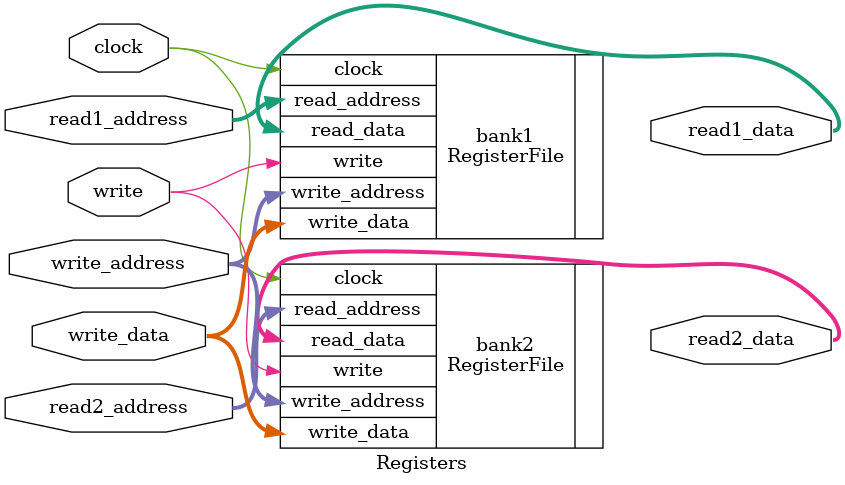
<source format=v>


module Registers
    #(parameter WORD_WIDTH=32, ADDRESS_WIDTH=5) 
(
    input wire clock,

    // For writing:
    input wire [ADDRESS_WIDTH-1:0] write_address,
    input wire write,
    input wire [WORD_WIDTH-1:0] write_data,

    // For reading parameter 1:
    input wire [ADDRESS_WIDTH-1:0] read1_address,
    output wire [WORD_WIDTH-1:0] read1_data,

    // For reading parameter 2:
    input wire [ADDRESS_WIDTH-1:0] read2_address,
    output wire [WORD_WIDTH-1:0] read2_data
);

    RegisterFile #(.WORD_WIDTH(WORD_WIDTH), .ADDRESS_WIDTH(ADDRESS_WIDTH))
        bank1(
            .clock(clock),
            .write_address(write_address),
            .write(write),
            .write_data(write_data),
            .read_address(read1_address),
            .read_data(read1_data));

    RegisterFile #(.WORD_WIDTH(WORD_WIDTH), .ADDRESS_WIDTH(ADDRESS_WIDTH))
        bank2(
            .clock(clock),
            .write_address(write_address),
            .write(write),
            .write_data(write_data),
            .read_address(read2_address),
            .read_data(read2_data));

endmodule


</source>
